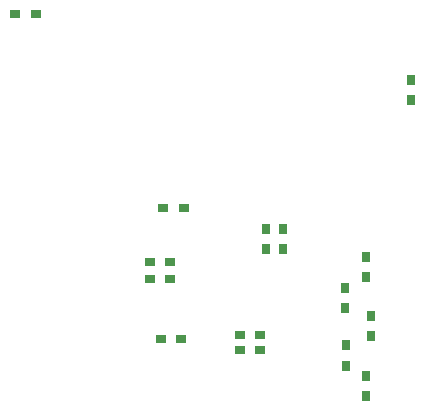
<source format=gbr>
G04 DipTrace 3.2.0.1*
G04 BottomPaste.gbr*
%MOIN*%
G04 #@! TF.FileFunction,Paste,Bot*
G04 #@! TF.Part,Single*
%ADD93R,0.031496X0.035433*%
%ADD95R,0.035433X0.031496*%
%FSLAX26Y26*%
G04*
G70*
G90*
G75*
G01*
G04 BotPaste*
%LPD*%
D95*
X1609513Y1539521D3*
X1676442D3*
X1609513Y1483272D3*
X1676442D3*
X1722718Y1719096D3*
X1655789D3*
X1910198Y1294140D3*
X1977127D3*
X1647726Y1281642D3*
X1714655D3*
D93*
X2053555Y1580915D3*
Y1647844D3*
X1997301Y1580871D3*
Y1647801D3*
D95*
X1910512Y1243780D3*
X1977441D3*
D93*
X2330353Y1092012D3*
Y1158941D3*
X2265377Y1193068D3*
Y1259997D3*
X2346031Y1291118D3*
Y1358047D3*
X2259551Y1384480D3*
Y1451409D3*
X2331281Y1489423D3*
Y1556352D3*
D95*
X1229458Y2365123D3*
X1162529D3*
D93*
X2481378Y2143853D3*
Y2076924D3*
M02*

</source>
